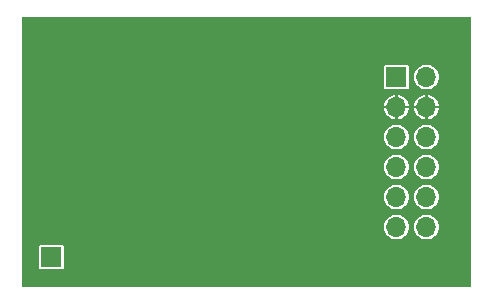
<source format=gbr>
%TF.GenerationSoftware,KiCad,Pcbnew,7.0.1*%
%TF.CreationDate,2023-04-24T20:50:02+02:00*%
%TF.ProjectId,AS4432_ANT_PMOD,41533434-3332-45f4-914e-545f504d4f44,rev?*%
%TF.SameCoordinates,Original*%
%TF.FileFunction,Copper,L2,Bot*%
%TF.FilePolarity,Positive*%
%FSLAX46Y46*%
G04 Gerber Fmt 4.6, Leading zero omitted, Abs format (unit mm)*
G04 Created by KiCad (PCBNEW 7.0.1) date 2023-04-24 20:50:02*
%MOMM*%
%LPD*%
G01*
G04 APERTURE LIST*
%TA.AperFunction,ComponentPad*%
%ADD10R,1.700000X1.700000*%
%TD*%
%TA.AperFunction,ComponentPad*%
%ADD11O,1.700000X1.700000*%
%TD*%
G04 APERTURE END LIST*
D10*
%TO.P,J1,1,Pin_1*%
%TO.N,VCC*%
X149860000Y-43180000D03*
D11*
%TO.P,J1,2,Pin_2*%
X152400000Y-43180000D03*
%TO.P,J1,3,Pin_3*%
%TO.N,GND*%
X149860000Y-45720000D03*
%TO.P,J1,4,Pin_4*%
X152400000Y-45720000D03*
%TO.P,J1,5,Pin_5*%
%TO.N,SCK*%
X149860000Y-48260000D03*
%TO.P,J1,6,Pin_6*%
%TO.N,unconnected-(J1-Pin_6-Pad6)*%
X152400000Y-48260000D03*
%TO.P,J1,7,Pin_7*%
%TO.N,MISO*%
X149860000Y-50800000D03*
%TO.P,J1,8,Pin_8*%
%TO.N,unconnected-(J1-Pin_8-Pad8)*%
X152400000Y-50800000D03*
%TO.P,J1,9,Pin_9*%
%TO.N,MOSI*%
X149860000Y-53340000D03*
%TO.P,J1,10,Pin_10*%
%TO.N,nRESET*%
X152400000Y-53340000D03*
%TO.P,J1,11,Pin_11*%
%TO.N,nCS*%
X149860000Y-55880000D03*
%TO.P,J1,12,Pin_12*%
%TO.N,IRQ*%
X152400000Y-55880000D03*
%TD*%
D10*
%TO.P,J2,1,Pin_1*%
%TO.N,Net-(J2-Pin_1)*%
X120650000Y-58420000D03*
%TD*%
%TA.AperFunction,Conductor*%
%TO.N,GND*%
G36*
X156135000Y-38138763D02*
G01*
X156171237Y-38175000D01*
X156184500Y-38224500D01*
X156184500Y-60835500D01*
X156171237Y-60885000D01*
X156135000Y-60921237D01*
X156085500Y-60934500D01*
X118234500Y-60934500D01*
X118185000Y-60921237D01*
X118148763Y-60885000D01*
X118135500Y-60835500D01*
X118135500Y-59289747D01*
X119599500Y-59289747D01*
X119611133Y-59348231D01*
X119655447Y-59414552D01*
X119699762Y-59444162D01*
X119721769Y-59458867D01*
X119780252Y-59470500D01*
X121519747Y-59470500D01*
X121519748Y-59470500D01*
X121578231Y-59458867D01*
X121644552Y-59414552D01*
X121688867Y-59348231D01*
X121700500Y-59289748D01*
X121700500Y-57550252D01*
X121688867Y-57491769D01*
X121674162Y-57469762D01*
X121644552Y-57425447D01*
X121578231Y-57381133D01*
X121519748Y-57369500D01*
X119780252Y-57369500D01*
X119751010Y-57375316D01*
X119721768Y-57381133D01*
X119655447Y-57425447D01*
X119611133Y-57491768D01*
X119599500Y-57550253D01*
X119599500Y-59289747D01*
X118135500Y-59289747D01*
X118135500Y-55880000D01*
X148804416Y-55880000D01*
X148824699Y-56085933D01*
X148884767Y-56283952D01*
X148884768Y-56283954D01*
X148982315Y-56466450D01*
X149113590Y-56626410D01*
X149273550Y-56757685D01*
X149456046Y-56855232D01*
X149654066Y-56915300D01*
X149860000Y-56935583D01*
X150065934Y-56915300D01*
X150263954Y-56855232D01*
X150446450Y-56757685D01*
X150606410Y-56626410D01*
X150737685Y-56466450D01*
X150835232Y-56283954D01*
X150895300Y-56085934D01*
X150915583Y-55880000D01*
X151344416Y-55880000D01*
X151364699Y-56085933D01*
X151424767Y-56283952D01*
X151424768Y-56283954D01*
X151522315Y-56466450D01*
X151653590Y-56626410D01*
X151813550Y-56757685D01*
X151996046Y-56855232D01*
X152194066Y-56915300D01*
X152400000Y-56935583D01*
X152605934Y-56915300D01*
X152803954Y-56855232D01*
X152986450Y-56757685D01*
X153146410Y-56626410D01*
X153277685Y-56466450D01*
X153375232Y-56283954D01*
X153435300Y-56085934D01*
X153455583Y-55880000D01*
X153435300Y-55674066D01*
X153375232Y-55476046D01*
X153277685Y-55293550D01*
X153146410Y-55133590D01*
X152986450Y-55002315D01*
X152803954Y-54904768D01*
X152803953Y-54904767D01*
X152803952Y-54904767D01*
X152605933Y-54844699D01*
X152400000Y-54824416D01*
X152194066Y-54844699D01*
X151996047Y-54904767D01*
X151813549Y-55002315D01*
X151653590Y-55133590D01*
X151522315Y-55293549D01*
X151424767Y-55476047D01*
X151364699Y-55674066D01*
X151344416Y-55880000D01*
X150915583Y-55880000D01*
X150895300Y-55674066D01*
X150835232Y-55476046D01*
X150737685Y-55293550D01*
X150606410Y-55133590D01*
X150446450Y-55002315D01*
X150263954Y-54904768D01*
X150263953Y-54904767D01*
X150263952Y-54904767D01*
X150065933Y-54844699D01*
X149860000Y-54824416D01*
X149654066Y-54844699D01*
X149456047Y-54904767D01*
X149273549Y-55002315D01*
X149113590Y-55133590D01*
X148982315Y-55293549D01*
X148884767Y-55476047D01*
X148824699Y-55674066D01*
X148804416Y-55880000D01*
X118135500Y-55880000D01*
X118135500Y-53339999D01*
X148804416Y-53339999D01*
X148824699Y-53545933D01*
X148884767Y-53743952D01*
X148884768Y-53743954D01*
X148982315Y-53926450D01*
X149113590Y-54086410D01*
X149273550Y-54217685D01*
X149456046Y-54315232D01*
X149654066Y-54375300D01*
X149860000Y-54395583D01*
X150065934Y-54375300D01*
X150263954Y-54315232D01*
X150446450Y-54217685D01*
X150606410Y-54086410D01*
X150737685Y-53926450D01*
X150835232Y-53743954D01*
X150895300Y-53545934D01*
X150915583Y-53340000D01*
X150915583Y-53339999D01*
X151344416Y-53339999D01*
X151364699Y-53545933D01*
X151424767Y-53743952D01*
X151424768Y-53743954D01*
X151522315Y-53926450D01*
X151653590Y-54086410D01*
X151813550Y-54217685D01*
X151996046Y-54315232D01*
X152194066Y-54375300D01*
X152400000Y-54395583D01*
X152605934Y-54375300D01*
X152803954Y-54315232D01*
X152986450Y-54217685D01*
X153146410Y-54086410D01*
X153277685Y-53926450D01*
X153375232Y-53743954D01*
X153435300Y-53545934D01*
X153455583Y-53340000D01*
X153435300Y-53134066D01*
X153375232Y-52936046D01*
X153277685Y-52753550D01*
X153146410Y-52593590D01*
X152986450Y-52462315D01*
X152803954Y-52364768D01*
X152803953Y-52364767D01*
X152803952Y-52364767D01*
X152605933Y-52304699D01*
X152400000Y-52284416D01*
X152194066Y-52304699D01*
X151996047Y-52364767D01*
X151813549Y-52462315D01*
X151653590Y-52593590D01*
X151522315Y-52753549D01*
X151424767Y-52936047D01*
X151364699Y-53134066D01*
X151344416Y-53339999D01*
X150915583Y-53339999D01*
X150895300Y-53134066D01*
X150835232Y-52936046D01*
X150737685Y-52753550D01*
X150606410Y-52593590D01*
X150446450Y-52462315D01*
X150263954Y-52364768D01*
X150263953Y-52364767D01*
X150263952Y-52364767D01*
X150065933Y-52304699D01*
X149860000Y-52284416D01*
X149654066Y-52304699D01*
X149456047Y-52364767D01*
X149273549Y-52462315D01*
X149113590Y-52593590D01*
X148982315Y-52753549D01*
X148884767Y-52936047D01*
X148824699Y-53134066D01*
X148804416Y-53339999D01*
X118135500Y-53339999D01*
X118135500Y-50800000D01*
X148804416Y-50800000D01*
X148824699Y-51005933D01*
X148884767Y-51203952D01*
X148884768Y-51203954D01*
X148982315Y-51386450D01*
X149113590Y-51546410D01*
X149273550Y-51677685D01*
X149456046Y-51775232D01*
X149654065Y-51835299D01*
X149654066Y-51835300D01*
X149859999Y-51855583D01*
X149859999Y-51855582D01*
X149860000Y-51855583D01*
X150065934Y-51835300D01*
X150263954Y-51775232D01*
X150446450Y-51677685D01*
X150606410Y-51546410D01*
X150737685Y-51386450D01*
X150835232Y-51203954D01*
X150895300Y-51005934D01*
X150915583Y-50800000D01*
X151344416Y-50800000D01*
X151364699Y-51005933D01*
X151424767Y-51203952D01*
X151424768Y-51203954D01*
X151522315Y-51386450D01*
X151653590Y-51546410D01*
X151813550Y-51677685D01*
X151996046Y-51775232D01*
X152194065Y-51835299D01*
X152194066Y-51835300D01*
X152399999Y-51855583D01*
X152399999Y-51855582D01*
X152400000Y-51855583D01*
X152605934Y-51835300D01*
X152803954Y-51775232D01*
X152986450Y-51677685D01*
X153146410Y-51546410D01*
X153277685Y-51386450D01*
X153375232Y-51203954D01*
X153435300Y-51005934D01*
X153455583Y-50800000D01*
X153435300Y-50594066D01*
X153375232Y-50396046D01*
X153277685Y-50213550D01*
X153146410Y-50053590D01*
X152986450Y-49922315D01*
X152803954Y-49824768D01*
X152803953Y-49824767D01*
X152803952Y-49824767D01*
X152605933Y-49764699D01*
X152399999Y-49744416D01*
X152194066Y-49764699D01*
X151996047Y-49824767D01*
X151813549Y-49922315D01*
X151653590Y-50053590D01*
X151522315Y-50213549D01*
X151424767Y-50396047D01*
X151364699Y-50594066D01*
X151344416Y-50800000D01*
X150915583Y-50800000D01*
X150895300Y-50594066D01*
X150835232Y-50396046D01*
X150737685Y-50213550D01*
X150606410Y-50053590D01*
X150446450Y-49922315D01*
X150263954Y-49824768D01*
X150263953Y-49824767D01*
X150263952Y-49824767D01*
X150065933Y-49764699D01*
X149859999Y-49744416D01*
X149654066Y-49764699D01*
X149456047Y-49824767D01*
X149273549Y-49922315D01*
X149113590Y-50053590D01*
X148982315Y-50213549D01*
X148884767Y-50396047D01*
X148824699Y-50594066D01*
X148804416Y-50800000D01*
X118135500Y-50800000D01*
X118135500Y-48259999D01*
X148804416Y-48259999D01*
X148824699Y-48465933D01*
X148884767Y-48663952D01*
X148884768Y-48663954D01*
X148982315Y-48846450D01*
X149113590Y-49006410D01*
X149273550Y-49137685D01*
X149456046Y-49235232D01*
X149654066Y-49295300D01*
X149860000Y-49315583D01*
X150065934Y-49295300D01*
X150263954Y-49235232D01*
X150446450Y-49137685D01*
X150606410Y-49006410D01*
X150737685Y-48846450D01*
X150835232Y-48663954D01*
X150895300Y-48465934D01*
X150915583Y-48260000D01*
X150915583Y-48259999D01*
X151344416Y-48259999D01*
X151364699Y-48465933D01*
X151424767Y-48663952D01*
X151424768Y-48663954D01*
X151522315Y-48846450D01*
X151653590Y-49006410D01*
X151813550Y-49137685D01*
X151996046Y-49235232D01*
X152194066Y-49295300D01*
X152400000Y-49315583D01*
X152605934Y-49295300D01*
X152803954Y-49235232D01*
X152986450Y-49137685D01*
X153146410Y-49006410D01*
X153277685Y-48846450D01*
X153375232Y-48663954D01*
X153435300Y-48465934D01*
X153455583Y-48260000D01*
X153435300Y-48054066D01*
X153375232Y-47856046D01*
X153277685Y-47673550D01*
X153146410Y-47513590D01*
X152986450Y-47382315D01*
X152803954Y-47284768D01*
X152803953Y-47284767D01*
X152803952Y-47284767D01*
X152605933Y-47224699D01*
X152400000Y-47204416D01*
X152194066Y-47224699D01*
X151996047Y-47284767D01*
X151813549Y-47382315D01*
X151653590Y-47513590D01*
X151522315Y-47673549D01*
X151424767Y-47856047D01*
X151364699Y-48054066D01*
X151344416Y-48259999D01*
X150915583Y-48259999D01*
X150895300Y-48054066D01*
X150835232Y-47856046D01*
X150737685Y-47673550D01*
X150606410Y-47513590D01*
X150446450Y-47382315D01*
X150263954Y-47284768D01*
X150263953Y-47284767D01*
X150263952Y-47284767D01*
X150065933Y-47224699D01*
X149860000Y-47204416D01*
X149654066Y-47224699D01*
X149456047Y-47284767D01*
X149273549Y-47382315D01*
X149113590Y-47513590D01*
X148982315Y-47673549D01*
X148884767Y-47856047D01*
X148824699Y-48054066D01*
X148804416Y-48259999D01*
X118135500Y-48259999D01*
X118135500Y-45820000D01*
X148814767Y-45820000D01*
X148825191Y-45925835D01*
X148885231Y-46123763D01*
X148982730Y-46306170D01*
X149113945Y-46466054D01*
X149273829Y-46597269D01*
X149456236Y-46694768D01*
X149654164Y-46754808D01*
X149759999Y-46765232D01*
X149760000Y-46765232D01*
X149960000Y-46765232D01*
X150065835Y-46754808D01*
X150263763Y-46694768D01*
X150446170Y-46597269D01*
X150606054Y-46466054D01*
X150737269Y-46306170D01*
X150834768Y-46123763D01*
X150894808Y-45925835D01*
X150905232Y-45820000D01*
X151354767Y-45820000D01*
X151365191Y-45925835D01*
X151425231Y-46123763D01*
X151522730Y-46306170D01*
X151653945Y-46466054D01*
X151813829Y-46597269D01*
X151996236Y-46694768D01*
X152194164Y-46754808D01*
X152299999Y-46765232D01*
X152300000Y-46765232D01*
X152500000Y-46765232D01*
X152605835Y-46754808D01*
X152803763Y-46694768D01*
X152986170Y-46597269D01*
X153146054Y-46466054D01*
X153277269Y-46306170D01*
X153374768Y-46123763D01*
X153434808Y-45925835D01*
X153445232Y-45820000D01*
X152500001Y-45820000D01*
X152500000Y-45820001D01*
X152500000Y-46765232D01*
X152300000Y-46765232D01*
X152300000Y-45820001D01*
X152299999Y-45820000D01*
X151354767Y-45820000D01*
X150905232Y-45820000D01*
X149960001Y-45820000D01*
X149960000Y-45820001D01*
X149960000Y-46765232D01*
X149760000Y-46765232D01*
X149760000Y-45820001D01*
X149759999Y-45820000D01*
X148814767Y-45820000D01*
X118135500Y-45820000D01*
X118135500Y-45619999D01*
X148814767Y-45619999D01*
X148814768Y-45620000D01*
X149759999Y-45620000D01*
X149760000Y-45619999D01*
X149760000Y-44674768D01*
X149759999Y-44674767D01*
X149960000Y-44674767D01*
X149960000Y-45619999D01*
X149960001Y-45620000D01*
X150905232Y-45620000D01*
X150905232Y-45619999D01*
X151354767Y-45619999D01*
X151354768Y-45620000D01*
X152299999Y-45620000D01*
X152300000Y-45619999D01*
X152300000Y-44674768D01*
X152299999Y-44674767D01*
X152500000Y-44674767D01*
X152500000Y-45619999D01*
X152500001Y-45620000D01*
X153445232Y-45620000D01*
X153445232Y-45619999D01*
X153434808Y-45514164D01*
X153374768Y-45316236D01*
X153277269Y-45133829D01*
X153146054Y-44973945D01*
X152986170Y-44842730D01*
X152803763Y-44745231D01*
X152605835Y-44685191D01*
X152500000Y-44674767D01*
X152299999Y-44674767D01*
X152194164Y-44685191D01*
X151996236Y-44745231D01*
X151813829Y-44842730D01*
X151653945Y-44973945D01*
X151522730Y-45133829D01*
X151425231Y-45316236D01*
X151365191Y-45514164D01*
X151354767Y-45619999D01*
X150905232Y-45619999D01*
X150894808Y-45514164D01*
X150834768Y-45316236D01*
X150737269Y-45133829D01*
X150606054Y-44973945D01*
X150446170Y-44842730D01*
X150263763Y-44745231D01*
X150065835Y-44685191D01*
X149960000Y-44674767D01*
X149759999Y-44674767D01*
X149654164Y-44685191D01*
X149456236Y-44745231D01*
X149273829Y-44842730D01*
X149113945Y-44973945D01*
X148982730Y-45133829D01*
X148885231Y-45316236D01*
X148825191Y-45514164D01*
X148814767Y-45619999D01*
X118135500Y-45619999D01*
X118135500Y-44049747D01*
X148809500Y-44049747D01*
X148821133Y-44108231D01*
X148865447Y-44174552D01*
X148909762Y-44204162D01*
X148931769Y-44218867D01*
X148990252Y-44230500D01*
X150729747Y-44230500D01*
X150729748Y-44230500D01*
X150788231Y-44218867D01*
X150854552Y-44174552D01*
X150898867Y-44108231D01*
X150910500Y-44049748D01*
X150910500Y-43179999D01*
X151344416Y-43179999D01*
X151364699Y-43385933D01*
X151424767Y-43583952D01*
X151424768Y-43583954D01*
X151522315Y-43766450D01*
X151653590Y-43926410D01*
X151813550Y-44057685D01*
X151996046Y-44155232D01*
X152194066Y-44215300D01*
X152400000Y-44235583D01*
X152605934Y-44215300D01*
X152803954Y-44155232D01*
X152986450Y-44057685D01*
X153146410Y-43926410D01*
X153277685Y-43766450D01*
X153375232Y-43583954D01*
X153435300Y-43385934D01*
X153455583Y-43180000D01*
X153435300Y-42974066D01*
X153375232Y-42776046D01*
X153277685Y-42593550D01*
X153146410Y-42433590D01*
X152986450Y-42302315D01*
X152803954Y-42204768D01*
X152803953Y-42204767D01*
X152803952Y-42204767D01*
X152605933Y-42144699D01*
X152400000Y-42124416D01*
X152194066Y-42144699D01*
X151996047Y-42204767D01*
X151813549Y-42302315D01*
X151653590Y-42433590D01*
X151522315Y-42593549D01*
X151424767Y-42776047D01*
X151364699Y-42974066D01*
X151344416Y-43179999D01*
X150910500Y-43179999D01*
X150910500Y-42310252D01*
X150898867Y-42251769D01*
X150884162Y-42229762D01*
X150854552Y-42185447D01*
X150788231Y-42141133D01*
X150788230Y-42141132D01*
X150729748Y-42129500D01*
X148990252Y-42129500D01*
X148961010Y-42135316D01*
X148931768Y-42141133D01*
X148865447Y-42185447D01*
X148821133Y-42251768D01*
X148809500Y-42310253D01*
X148809500Y-44049747D01*
X118135500Y-44049747D01*
X118135500Y-38224500D01*
X118148763Y-38175000D01*
X118185000Y-38138763D01*
X118234500Y-38125500D01*
X156085500Y-38125500D01*
X156135000Y-38138763D01*
G37*
%TD.AperFunction*%
%TD*%
M02*

</source>
